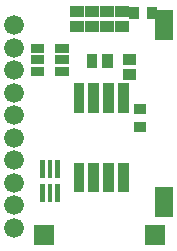
<source format=gbr>
G04 start of page 8 for group -4063 idx -4063 *
G04 Title: (unknown), componentmask *
G04 Creator: pcb 1.99z *
G04 CreationDate: Mon 24 Mar 2014 02:43:36 PM GMT UTC *
G04 For: ben *
G04 Format: Gerber/RS-274X *
G04 PCB-Dimensions (mil): 6000.00 5000.00 *
G04 PCB-Coordinate-Origin: lower left *
%MOIN*%
%FSLAX25Y25*%
%LNTOPMASK*%
%ADD69R,0.0300X0.0300*%
%ADD68R,0.0157X0.0157*%
%ADD67R,0.0354X0.0354*%
%ADD66R,0.0336X0.0336*%
%ADD65R,0.0600X0.0600*%
%ADD64R,0.0355X0.0355*%
%ADD63C,0.0001*%
%ADD62C,0.0660*%
G54D62*X145000Y480000D03*
Y472500D03*
Y465000D03*
Y457500D03*
Y450000D03*
G54D63*G36*
X151700Y413300D02*Y406700D01*
X158300D01*
Y413300D01*
X151700D01*
G37*
G36*
X188700D02*Y406700D01*
X195300D01*
Y413300D01*
X188700D01*
G37*
G54D62*X145000Y442500D03*
Y435000D03*
Y427500D03*
Y420000D03*
Y412500D03*
G54D64*X175508Y484559D02*X176492D01*
X180508D02*X181492D01*
X175508Y479441D02*X176492D01*
X180508D02*X181492D01*
X176059Y468433D02*Y467449D01*
X170941Y468433D02*Y467449D01*
X170508Y484559D02*X171492D01*
X165508D02*X166492D01*
X165508Y479441D02*X166492D01*
X170508D02*X171492D01*
G54D65*X195000Y482000D02*Y478000D01*
G54D66*X190953Y484197D02*Y483803D01*
X185047Y484197D02*Y483803D01*
G54D67*X176461Y432411D02*Y426112D01*
G54D68*X154441Y426228D02*Y421898D01*
X157000Y426228D02*Y421898D01*
X159559Y426228D02*Y421898D01*
Y434102D02*Y429772D01*
X157000Y434102D02*Y429772D01*
X154441Y434102D02*Y429772D01*
G54D67*X166618Y432411D02*Y426112D01*
X171539Y432411D02*Y426112D01*
G54D64*X183008Y468618D02*X183992D01*
X183008Y463500D02*X183992D01*
G54D67*X181382Y458888D02*Y452589D01*
X176461Y458888D02*Y452589D01*
X171539Y458888D02*Y452589D01*
X166618Y458888D02*Y452589D01*
G54D66*X186803Y446047D02*X187197D01*
X186803Y451953D02*X187197D01*
G54D69*X160200Y464500D02*X161800D01*
X160200Y468400D02*X161800D01*
X160200Y472300D02*X161800D01*
X152000D02*X153600D01*
X152000Y468400D02*X153600D01*
X152000Y464500D02*X153600D01*
G54D65*X195000Y423000D02*Y419000D01*
G54D67*X181382Y432411D02*Y426112D01*
M02*

</source>
